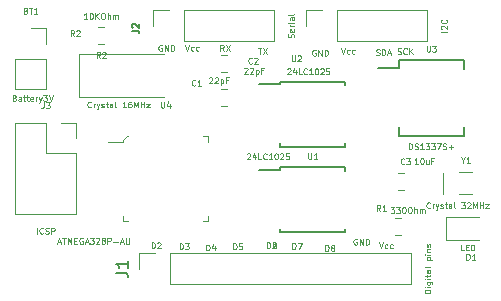
<source format=gto>
G04 #@! TF.GenerationSoftware,KiCad,Pcbnew,(5.1.4)-1*
G04 #@! TF.CreationDate,2019-10-15T21:25:22-05:00*
G04 #@! TF.ProjectId,BACEE,42414345-452e-46b6-9963-61645f706362,1*
G04 #@! TF.SameCoordinates,Original*
G04 #@! TF.FileFunction,Legend,Top*
G04 #@! TF.FilePolarity,Positive*
%FSLAX46Y46*%
G04 Gerber Fmt 4.6, Leading zero omitted, Abs format (unit mm)*
G04 Created by KiCad (PCBNEW (5.1.4)-1) date 2019-10-15 21:25:22*
%MOMM*%
%LPD*%
G04 APERTURE LIST*
%ADD10C,0.125000*%
%ADD11C,0.120000*%
%ADD12C,0.150000*%
%ADD13C,0.100000*%
%ADD14C,0.080000*%
G04 APERTURE END LIST*
D10*
X98487752Y-95260290D02*
X98487752Y-94760290D01*
X98606800Y-94760290D01*
X98678228Y-94784100D01*
X98725847Y-94831719D01*
X98749657Y-94879338D01*
X98773466Y-94974576D01*
X98773466Y-95046004D01*
X98749657Y-95141242D01*
X98725847Y-95188861D01*
X98678228Y-95236480D01*
X98606800Y-95260290D01*
X98487752Y-95260290D01*
X99059180Y-94974576D02*
X99011561Y-94950766D01*
X98987752Y-94926957D01*
X98963942Y-94879338D01*
X98963942Y-94855528D01*
X98987752Y-94807909D01*
X99011561Y-94784100D01*
X99059180Y-94760290D01*
X99154419Y-94760290D01*
X99202038Y-94784100D01*
X99225847Y-94807909D01*
X99249657Y-94855528D01*
X99249657Y-94879338D01*
X99225847Y-94926957D01*
X99202038Y-94950766D01*
X99154419Y-94974576D01*
X99059180Y-94974576D01*
X99011561Y-94998385D01*
X98987752Y-95022195D01*
X98963942Y-95069814D01*
X98963942Y-95165052D01*
X98987752Y-95212671D01*
X99011561Y-95236480D01*
X99059180Y-95260290D01*
X99154419Y-95260290D01*
X99202038Y-95236480D01*
X99225847Y-95212671D01*
X99249657Y-95165052D01*
X99249657Y-95069814D01*
X99225847Y-95022195D01*
X99202038Y-94998385D01*
X99154419Y-94974576D01*
X95693752Y-95082490D02*
X95693752Y-94582490D01*
X95812800Y-94582490D01*
X95884228Y-94606300D01*
X95931847Y-94653919D01*
X95955657Y-94701538D01*
X95979466Y-94796776D01*
X95979466Y-94868204D01*
X95955657Y-94963442D01*
X95931847Y-95011061D01*
X95884228Y-95058680D01*
X95812800Y-95082490D01*
X95693752Y-95082490D01*
X96146133Y-94582490D02*
X96479466Y-94582490D01*
X96265180Y-95082490D01*
X93547452Y-95018990D02*
X93547452Y-94518990D01*
X93666500Y-94518990D01*
X93737928Y-94542800D01*
X93785547Y-94590419D01*
X93809357Y-94638038D01*
X93833166Y-94733276D01*
X93833166Y-94804704D01*
X93809357Y-94899942D01*
X93785547Y-94947561D01*
X93737928Y-94995180D01*
X93666500Y-95018990D01*
X93547452Y-95018990D01*
X94261738Y-94518990D02*
X94166500Y-94518990D01*
X94118880Y-94542800D01*
X94095071Y-94566609D01*
X94047452Y-94638038D01*
X94023642Y-94733276D01*
X94023642Y-94923752D01*
X94047452Y-94971371D01*
X94071261Y-94995180D01*
X94118880Y-95018990D01*
X94214119Y-95018990D01*
X94261738Y-94995180D01*
X94285547Y-94971371D01*
X94309357Y-94923752D01*
X94309357Y-94804704D01*
X94285547Y-94757085D01*
X94261738Y-94733276D01*
X94214119Y-94709466D01*
X94118880Y-94709466D01*
X94071261Y-94733276D01*
X94047452Y-94757085D01*
X94023642Y-94804704D01*
X93547452Y-95044390D02*
X93547452Y-94544390D01*
X93666500Y-94544390D01*
X93737928Y-94568200D01*
X93785547Y-94615819D01*
X93809357Y-94663438D01*
X93833166Y-94758676D01*
X93833166Y-94830104D01*
X93809357Y-94925342D01*
X93785547Y-94972961D01*
X93737928Y-95020580D01*
X93666500Y-95044390D01*
X93547452Y-95044390D01*
X94023642Y-94592009D02*
X94047452Y-94568200D01*
X94095071Y-94544390D01*
X94214119Y-94544390D01*
X94261738Y-94568200D01*
X94285547Y-94592009D01*
X94309357Y-94639628D01*
X94309357Y-94687247D01*
X94285547Y-94758676D01*
X93999833Y-95044390D01*
X94309357Y-95044390D01*
X90702652Y-95120590D02*
X90702652Y-94620590D01*
X90821700Y-94620590D01*
X90893128Y-94644400D01*
X90940747Y-94692019D01*
X90964557Y-94739638D01*
X90988366Y-94834876D01*
X90988366Y-94906304D01*
X90964557Y-95001542D01*
X90940747Y-95049161D01*
X90893128Y-95096780D01*
X90821700Y-95120590D01*
X90702652Y-95120590D01*
X91440747Y-94620590D02*
X91202652Y-94620590D01*
X91178842Y-94858685D01*
X91202652Y-94834876D01*
X91250271Y-94811066D01*
X91369319Y-94811066D01*
X91416938Y-94834876D01*
X91440747Y-94858685D01*
X91464557Y-94906304D01*
X91464557Y-95025352D01*
X91440747Y-95072971D01*
X91416938Y-95096780D01*
X91369319Y-95120590D01*
X91250271Y-95120590D01*
X91202652Y-95096780D01*
X91178842Y-95072971D01*
X88416652Y-95222190D02*
X88416652Y-94722190D01*
X88535700Y-94722190D01*
X88607128Y-94746000D01*
X88654747Y-94793619D01*
X88678557Y-94841238D01*
X88702366Y-94936476D01*
X88702366Y-95007904D01*
X88678557Y-95103142D01*
X88654747Y-95150761D01*
X88607128Y-95198380D01*
X88535700Y-95222190D01*
X88416652Y-95222190D01*
X89130938Y-94888857D02*
X89130938Y-95222190D01*
X89011890Y-94698380D02*
X88892842Y-95055523D01*
X89202366Y-95055523D01*
X86143352Y-95120590D02*
X86143352Y-94620590D01*
X86262400Y-94620590D01*
X86333828Y-94644400D01*
X86381447Y-94692019D01*
X86405257Y-94739638D01*
X86429066Y-94834876D01*
X86429066Y-94906304D01*
X86405257Y-95001542D01*
X86381447Y-95049161D01*
X86333828Y-95096780D01*
X86262400Y-95120590D01*
X86143352Y-95120590D01*
X86595733Y-94620590D02*
X86905257Y-94620590D01*
X86738590Y-94811066D01*
X86810019Y-94811066D01*
X86857638Y-94834876D01*
X86881447Y-94858685D01*
X86905257Y-94906304D01*
X86905257Y-95025352D01*
X86881447Y-95072971D01*
X86857638Y-95096780D01*
X86810019Y-95120590D01*
X86667161Y-95120590D01*
X86619542Y-95096780D01*
X86595733Y-95072971D01*
X83781152Y-95044390D02*
X83781152Y-94544390D01*
X83900200Y-94544390D01*
X83971628Y-94568200D01*
X84019247Y-94615819D01*
X84043057Y-94663438D01*
X84066866Y-94758676D01*
X84066866Y-94830104D01*
X84043057Y-94925342D01*
X84019247Y-94972961D01*
X83971628Y-95020580D01*
X83900200Y-95044390D01*
X83781152Y-95044390D01*
X84257342Y-94592009D02*
X84281152Y-94568200D01*
X84328771Y-94544390D01*
X84447819Y-94544390D01*
X84495438Y-94568200D01*
X84519247Y-94592009D01*
X84543057Y-94639628D01*
X84543057Y-94687247D01*
X84519247Y-94758676D01*
X84233533Y-95044390D01*
X84543057Y-95044390D01*
X103036761Y-94544390D02*
X103203428Y-95044390D01*
X103370095Y-94544390D01*
X103751047Y-95020580D02*
X103703428Y-95044390D01*
X103608190Y-95044390D01*
X103560571Y-95020580D01*
X103536761Y-94996771D01*
X103512952Y-94949152D01*
X103512952Y-94806295D01*
X103536761Y-94758676D01*
X103560571Y-94734866D01*
X103608190Y-94711057D01*
X103703428Y-94711057D01*
X103751047Y-94734866D01*
X104179619Y-95020580D02*
X104132000Y-95044390D01*
X104036761Y-95044390D01*
X103989142Y-95020580D01*
X103965333Y-94996771D01*
X103941523Y-94949152D01*
X103941523Y-94806295D01*
X103965333Y-94758676D01*
X103989142Y-94734866D01*
X104036761Y-94711057D01*
X104132000Y-94711057D01*
X104179619Y-94734866D01*
X101155547Y-94263400D02*
X101107928Y-94239590D01*
X101036500Y-94239590D01*
X100965071Y-94263400D01*
X100917452Y-94311019D01*
X100893642Y-94358638D01*
X100869833Y-94453876D01*
X100869833Y-94525304D01*
X100893642Y-94620542D01*
X100917452Y-94668161D01*
X100965071Y-94715780D01*
X101036500Y-94739590D01*
X101084119Y-94739590D01*
X101155547Y-94715780D01*
X101179357Y-94691971D01*
X101179357Y-94525304D01*
X101084119Y-94525304D01*
X101393642Y-94739590D02*
X101393642Y-94239590D01*
X101679357Y-94739590D01*
X101679357Y-94239590D01*
X101917452Y-94739590D02*
X101917452Y-94239590D01*
X102036500Y-94239590D01*
X102107928Y-94263400D01*
X102155547Y-94311019D01*
X102179357Y-94358638D01*
X102203166Y-94453876D01*
X102203166Y-94525304D01*
X102179357Y-94620542D01*
X102155547Y-94668161D01*
X102107928Y-94715780D01*
X102036500Y-94739590D01*
X101917452Y-94739590D01*
X104602042Y-78574080D02*
X104673471Y-78597890D01*
X104792519Y-78597890D01*
X104840138Y-78574080D01*
X104863947Y-78550271D01*
X104887757Y-78502652D01*
X104887757Y-78455033D01*
X104863947Y-78407414D01*
X104840138Y-78383604D01*
X104792519Y-78359795D01*
X104697280Y-78335985D01*
X104649661Y-78312176D01*
X104625852Y-78288366D01*
X104602042Y-78240747D01*
X104602042Y-78193128D01*
X104625852Y-78145509D01*
X104649661Y-78121700D01*
X104697280Y-78097890D01*
X104816328Y-78097890D01*
X104887757Y-78121700D01*
X105387757Y-78550271D02*
X105363947Y-78574080D01*
X105292519Y-78597890D01*
X105244900Y-78597890D01*
X105173471Y-78574080D01*
X105125852Y-78526461D01*
X105102042Y-78478842D01*
X105078233Y-78383604D01*
X105078233Y-78312176D01*
X105102042Y-78216938D01*
X105125852Y-78169319D01*
X105173471Y-78121700D01*
X105244900Y-78097890D01*
X105292519Y-78097890D01*
X105363947Y-78121700D01*
X105387757Y-78145509D01*
X105602042Y-78597890D02*
X105602042Y-78097890D01*
X105887757Y-78597890D02*
X105673471Y-78312176D01*
X105887757Y-78097890D02*
X105602042Y-78383604D01*
X102796257Y-78662980D02*
X102867685Y-78686790D01*
X102986733Y-78686790D01*
X103034352Y-78662980D01*
X103058161Y-78639171D01*
X103081971Y-78591552D01*
X103081971Y-78543933D01*
X103058161Y-78496314D01*
X103034352Y-78472504D01*
X102986733Y-78448695D01*
X102891495Y-78424885D01*
X102843876Y-78401076D01*
X102820066Y-78377266D01*
X102796257Y-78329647D01*
X102796257Y-78282028D01*
X102820066Y-78234409D01*
X102843876Y-78210600D01*
X102891495Y-78186790D01*
X103010542Y-78186790D01*
X103081971Y-78210600D01*
X103296257Y-78686790D02*
X103296257Y-78186790D01*
X103415304Y-78186790D01*
X103486733Y-78210600D01*
X103534352Y-78258219D01*
X103558161Y-78305838D01*
X103581971Y-78401076D01*
X103581971Y-78472504D01*
X103558161Y-78567742D01*
X103534352Y-78615361D01*
X103486733Y-78662980D01*
X103415304Y-78686790D01*
X103296257Y-78686790D01*
X103772447Y-78543933D02*
X104010542Y-78543933D01*
X103724828Y-78686790D02*
X103891495Y-78186790D01*
X104058161Y-78686790D01*
X99836361Y-78059790D02*
X100003028Y-78559790D01*
X100169695Y-78059790D01*
X100550647Y-78535980D02*
X100503028Y-78559790D01*
X100407790Y-78559790D01*
X100360171Y-78535980D01*
X100336361Y-78512171D01*
X100312552Y-78464552D01*
X100312552Y-78321695D01*
X100336361Y-78274076D01*
X100360171Y-78250266D01*
X100407790Y-78226457D01*
X100503028Y-78226457D01*
X100550647Y-78250266D01*
X100979219Y-78535980D02*
X100931600Y-78559790D01*
X100836361Y-78559790D01*
X100788742Y-78535980D01*
X100764933Y-78512171D01*
X100741123Y-78464552D01*
X100741123Y-78321695D01*
X100764933Y-78274076D01*
X100788742Y-78250266D01*
X100836361Y-78226457D01*
X100931600Y-78226457D01*
X100979219Y-78250266D01*
X97663047Y-78261400D02*
X97615428Y-78237590D01*
X97544000Y-78237590D01*
X97472571Y-78261400D01*
X97424952Y-78309019D01*
X97401142Y-78356638D01*
X97377333Y-78451876D01*
X97377333Y-78523304D01*
X97401142Y-78618542D01*
X97424952Y-78666161D01*
X97472571Y-78713780D01*
X97544000Y-78737590D01*
X97591619Y-78737590D01*
X97663047Y-78713780D01*
X97686857Y-78689971D01*
X97686857Y-78523304D01*
X97591619Y-78523304D01*
X97901142Y-78737590D02*
X97901142Y-78237590D01*
X98186857Y-78737590D01*
X98186857Y-78237590D01*
X98424952Y-78737590D02*
X98424952Y-78237590D01*
X98544000Y-78237590D01*
X98615428Y-78261400D01*
X98663047Y-78309019D01*
X98686857Y-78356638D01*
X98710666Y-78451876D01*
X98710666Y-78523304D01*
X98686857Y-78618542D01*
X98663047Y-78666161D01*
X98615428Y-78713780D01*
X98544000Y-78737590D01*
X98424952Y-78737590D01*
X92773547Y-78085190D02*
X93059261Y-78085190D01*
X92916404Y-78585190D02*
X92916404Y-78085190D01*
X93178309Y-78085190D02*
X93511642Y-78585190D01*
X93511642Y-78085190D02*
X93178309Y-78585190D01*
X89883466Y-78305790D02*
X89716800Y-78067695D01*
X89597752Y-78305790D02*
X89597752Y-77805790D01*
X89788228Y-77805790D01*
X89835847Y-77829600D01*
X89859657Y-77853409D01*
X89883466Y-77901028D01*
X89883466Y-77972457D01*
X89859657Y-78020076D01*
X89835847Y-78043885D01*
X89788228Y-78067695D01*
X89597752Y-78067695D01*
X90050133Y-77805790D02*
X90383466Y-78305790D01*
X90383466Y-77805790D02*
X90050133Y-78305790D01*
X86641061Y-77805790D02*
X86807728Y-78305790D01*
X86974395Y-77805790D01*
X87355347Y-78281980D02*
X87307728Y-78305790D01*
X87212490Y-78305790D01*
X87164871Y-78281980D01*
X87141061Y-78258171D01*
X87117252Y-78210552D01*
X87117252Y-78067695D01*
X87141061Y-78020076D01*
X87164871Y-77996266D01*
X87212490Y-77972457D01*
X87307728Y-77972457D01*
X87355347Y-77996266D01*
X87783919Y-78281980D02*
X87736300Y-78305790D01*
X87641061Y-78305790D01*
X87593442Y-78281980D01*
X87569633Y-78258171D01*
X87545823Y-78210552D01*
X87545823Y-78067695D01*
X87569633Y-78020076D01*
X87593442Y-77996266D01*
X87641061Y-77972457D01*
X87736300Y-77972457D01*
X87783919Y-77996266D01*
X84645547Y-77855000D02*
X84597928Y-77831190D01*
X84526500Y-77831190D01*
X84455071Y-77855000D01*
X84407452Y-77902619D01*
X84383642Y-77950238D01*
X84359833Y-78045476D01*
X84359833Y-78116904D01*
X84383642Y-78212142D01*
X84407452Y-78259761D01*
X84455071Y-78307380D01*
X84526500Y-78331190D01*
X84574119Y-78331190D01*
X84645547Y-78307380D01*
X84669357Y-78283571D01*
X84669357Y-78116904D01*
X84574119Y-78116904D01*
X84883642Y-78331190D02*
X84883642Y-77831190D01*
X85169357Y-78331190D01*
X85169357Y-77831190D01*
X85407452Y-78331190D02*
X85407452Y-77831190D01*
X85526500Y-77831190D01*
X85597928Y-77855000D01*
X85645547Y-77902619D01*
X85669357Y-77950238D01*
X85693166Y-78045476D01*
X85693166Y-78116904D01*
X85669357Y-78212142D01*
X85645547Y-78259761D01*
X85597928Y-78307380D01*
X85526500Y-78331190D01*
X85407452Y-78331190D01*
D11*
X72203000Y-78994000D02*
X74863000Y-78994000D01*
X72203000Y-78994000D02*
X72203000Y-81594000D01*
X72203000Y-81594000D02*
X74863000Y-81594000D01*
X74863000Y-78994000D02*
X74863000Y-81594000D01*
X74863000Y-76394000D02*
X74863000Y-77724000D01*
X73533000Y-76394000D02*
X74863000Y-76394000D01*
X89663748Y-81586000D02*
X90186252Y-81586000D01*
X89663748Y-83006000D02*
X90186252Y-83006000D01*
X89663748Y-80085000D02*
X90186252Y-80085000D01*
X89663748Y-78665000D02*
X90186252Y-78665000D01*
X105154252Y-90118000D02*
X104631748Y-90118000D01*
X105154252Y-88698000D02*
X104631748Y-88698000D01*
X111533000Y-92385000D02*
X108673000Y-92385000D01*
X108673000Y-92385000D02*
X108673000Y-94305000D01*
X108673000Y-94305000D02*
X111533000Y-94305000D01*
X85344000Y-98104000D02*
X85344000Y-95444000D01*
X85344000Y-98104000D02*
X105724000Y-98104000D01*
X105724000Y-98104000D02*
X105724000Y-95444000D01*
X85344000Y-95444000D02*
X105724000Y-95444000D01*
X82744000Y-95444000D02*
X84074000Y-95444000D01*
X82744000Y-96774000D02*
X82744000Y-95444000D01*
X86487000Y-77530000D02*
X86487000Y-74870000D01*
X86487000Y-77530000D02*
X94167000Y-77530000D01*
X94167000Y-77530000D02*
X94167000Y-74870000D01*
X86487000Y-74870000D02*
X94167000Y-74870000D01*
X83887000Y-74870000D02*
X85217000Y-74870000D01*
X83887000Y-76200000D02*
X83887000Y-74870000D01*
X72203000Y-84395000D02*
X74803000Y-84395000D01*
X72203000Y-84395000D02*
X72203000Y-92135000D01*
X72203000Y-92135000D02*
X77403000Y-92135000D01*
X77403000Y-86995000D02*
X77403000Y-92135000D01*
X74803000Y-86995000D02*
X77403000Y-86995000D01*
X74803000Y-84395000D02*
X74803000Y-86995000D01*
X77403000Y-84395000D02*
X77403000Y-85725000D01*
X76073000Y-84395000D02*
X77403000Y-84395000D01*
X96841000Y-76200000D02*
X96841000Y-74870000D01*
X96841000Y-74870000D02*
X98171000Y-74870000D01*
X99441000Y-74870000D02*
X107121000Y-74870000D01*
X107121000Y-77530000D02*
X107121000Y-74870000D01*
X99441000Y-77530000D02*
X107121000Y-77530000D01*
X99441000Y-77530000D02*
X99441000Y-74870000D01*
X104377748Y-93928000D02*
X104900252Y-93928000D01*
X104377748Y-92508000D02*
X104900252Y-92508000D01*
X79763252Y-77760000D02*
X79240748Y-77760000D01*
X79763252Y-76340000D02*
X79240748Y-76340000D01*
D12*
X94659000Y-88177000D02*
X94659000Y-88382000D01*
X100159000Y-88177000D02*
X100159000Y-88477000D01*
X100159000Y-93687000D02*
X100159000Y-93387000D01*
X94659000Y-93687000D02*
X94659000Y-93387000D01*
X94659000Y-88177000D02*
X100159000Y-88177000D01*
X94659000Y-93687000D02*
X100159000Y-93687000D01*
X94659000Y-88382000D02*
X92909000Y-88382000D01*
X94659000Y-81143000D02*
X92909000Y-81143000D01*
X94659000Y-86448000D02*
X100159000Y-86448000D01*
X94659000Y-80938000D02*
X100159000Y-80938000D01*
X94659000Y-86448000D02*
X94659000Y-86148000D01*
X100159000Y-86448000D02*
X100159000Y-86148000D01*
X100159000Y-80938000D02*
X100159000Y-81238000D01*
X94659000Y-80938000D02*
X94659000Y-81143000D01*
X104692000Y-79091000D02*
X104692000Y-79746000D01*
X110192000Y-79091000D02*
X110192000Y-79841000D01*
X110192000Y-85501000D02*
X110192000Y-84751000D01*
X104692000Y-85501000D02*
X104692000Y-84751000D01*
X104692000Y-79091000D02*
X110192000Y-79091000D01*
X104692000Y-85501000D02*
X110192000Y-85501000D01*
X104692000Y-79746000D02*
X102942000Y-79746000D01*
D13*
X81813000Y-85554000D02*
X81713000Y-85554000D01*
X81713000Y-85554000D02*
X81363000Y-85904000D01*
X81363000Y-85904000D02*
X81363000Y-86004000D01*
X81363000Y-86004000D02*
X80063000Y-86004000D01*
X88563000Y-85554000D02*
X88113000Y-85554000D01*
X88563000Y-85554000D02*
X88563000Y-86004000D01*
X88563000Y-92754000D02*
X88563000Y-92304000D01*
X88563000Y-92754000D02*
X88113000Y-92754000D01*
X81363000Y-92754000D02*
X81813000Y-92754000D01*
X81363000Y-92754000D02*
X81363000Y-92304000D01*
D11*
X109833000Y-88585000D02*
X110933000Y-88585000D01*
X109833000Y-90485000D02*
X110933000Y-90485000D01*
X108433000Y-88635000D02*
X108433000Y-90435000D01*
X84869000Y-78591000D02*
X77619000Y-78591000D01*
X77619000Y-78591000D02*
X77619000Y-82191000D01*
X77619000Y-82191000D02*
X84869000Y-82191000D01*
D10*
X73140142Y-74918285D02*
X73211571Y-74942095D01*
X73235380Y-74965904D01*
X73259190Y-75013523D01*
X73259190Y-75084952D01*
X73235380Y-75132571D01*
X73211571Y-75156380D01*
X73163952Y-75180190D01*
X72973476Y-75180190D01*
X72973476Y-74680190D01*
X73140142Y-74680190D01*
X73187761Y-74704000D01*
X73211571Y-74727809D01*
X73235380Y-74775428D01*
X73235380Y-74823047D01*
X73211571Y-74870666D01*
X73187761Y-74894476D01*
X73140142Y-74918285D01*
X72973476Y-74918285D01*
X73402047Y-74680190D02*
X73687761Y-74680190D01*
X73544904Y-75180190D02*
X73544904Y-74680190D01*
X74116333Y-75180190D02*
X73830619Y-75180190D01*
X73973476Y-75180190D02*
X73973476Y-74680190D01*
X73925857Y-74751619D01*
X73878238Y-74799238D01*
X73830619Y-74823047D01*
X72184604Y-82311085D02*
X72256033Y-82334895D01*
X72279842Y-82358704D01*
X72303652Y-82406323D01*
X72303652Y-82477752D01*
X72279842Y-82525371D01*
X72256033Y-82549180D01*
X72208414Y-82572990D01*
X72017938Y-82572990D01*
X72017938Y-82072990D01*
X72184604Y-82072990D01*
X72232223Y-82096800D01*
X72256033Y-82120609D01*
X72279842Y-82168228D01*
X72279842Y-82215847D01*
X72256033Y-82263466D01*
X72232223Y-82287276D01*
X72184604Y-82311085D01*
X72017938Y-82311085D01*
X72732223Y-82572990D02*
X72732223Y-82311085D01*
X72708414Y-82263466D01*
X72660795Y-82239657D01*
X72565557Y-82239657D01*
X72517938Y-82263466D01*
X72732223Y-82549180D02*
X72684604Y-82572990D01*
X72565557Y-82572990D01*
X72517938Y-82549180D01*
X72494128Y-82501561D01*
X72494128Y-82453942D01*
X72517938Y-82406323D01*
X72565557Y-82382514D01*
X72684604Y-82382514D01*
X72732223Y-82358704D01*
X72898890Y-82239657D02*
X73089366Y-82239657D01*
X72970319Y-82072990D02*
X72970319Y-82501561D01*
X72994128Y-82549180D01*
X73041747Y-82572990D01*
X73089366Y-82572990D01*
X73184604Y-82239657D02*
X73375080Y-82239657D01*
X73256033Y-82072990D02*
X73256033Y-82501561D01*
X73279842Y-82549180D01*
X73327461Y-82572990D01*
X73375080Y-82572990D01*
X73732223Y-82549180D02*
X73684604Y-82572990D01*
X73589366Y-82572990D01*
X73541747Y-82549180D01*
X73517938Y-82501561D01*
X73517938Y-82311085D01*
X73541747Y-82263466D01*
X73589366Y-82239657D01*
X73684604Y-82239657D01*
X73732223Y-82263466D01*
X73756033Y-82311085D01*
X73756033Y-82358704D01*
X73517938Y-82406323D01*
X73970319Y-82572990D02*
X73970319Y-82239657D01*
X73970319Y-82334895D02*
X73994128Y-82287276D01*
X74017938Y-82263466D01*
X74065557Y-82239657D01*
X74113176Y-82239657D01*
X74232223Y-82239657D02*
X74351271Y-82572990D01*
X74470319Y-82239657D02*
X74351271Y-82572990D01*
X74303652Y-82692038D01*
X74279842Y-82715847D01*
X74232223Y-82739657D01*
X74613176Y-82072990D02*
X74922700Y-82072990D01*
X74756033Y-82263466D01*
X74827461Y-82263466D01*
X74875080Y-82287276D01*
X74898890Y-82311085D01*
X74922700Y-82358704D01*
X74922700Y-82477752D01*
X74898890Y-82525371D01*
X74875080Y-82549180D01*
X74827461Y-82572990D01*
X74684604Y-82572990D01*
X74636985Y-82549180D01*
X74613176Y-82525371D01*
X75065557Y-82072990D02*
X75232223Y-82572990D01*
X75398890Y-82072990D01*
X87483166Y-81229971D02*
X87459357Y-81253780D01*
X87387928Y-81277590D01*
X87340309Y-81277590D01*
X87268880Y-81253780D01*
X87221261Y-81206161D01*
X87197452Y-81158542D01*
X87173642Y-81063304D01*
X87173642Y-80991876D01*
X87197452Y-80896638D01*
X87221261Y-80849019D01*
X87268880Y-80801400D01*
X87340309Y-80777590D01*
X87387928Y-80777590D01*
X87459357Y-80801400D01*
X87483166Y-80825209D01*
X87959357Y-81277590D02*
X87673642Y-81277590D01*
X87816500Y-81277590D02*
X87816500Y-80777590D01*
X87768880Y-80849019D01*
X87721261Y-80896638D01*
X87673642Y-80920447D01*
X88650071Y-80622009D02*
X88673880Y-80598200D01*
X88721500Y-80574390D01*
X88840547Y-80574390D01*
X88888166Y-80598200D01*
X88911976Y-80622009D01*
X88935785Y-80669628D01*
X88935785Y-80717247D01*
X88911976Y-80788676D01*
X88626261Y-81074390D01*
X88935785Y-81074390D01*
X89126261Y-80622009D02*
X89150071Y-80598200D01*
X89197690Y-80574390D01*
X89316738Y-80574390D01*
X89364357Y-80598200D01*
X89388166Y-80622009D01*
X89411976Y-80669628D01*
X89411976Y-80717247D01*
X89388166Y-80788676D01*
X89102452Y-81074390D01*
X89411976Y-81074390D01*
X89626261Y-80741057D02*
X89626261Y-81241057D01*
X89626261Y-80764866D02*
X89673880Y-80741057D01*
X89769119Y-80741057D01*
X89816738Y-80764866D01*
X89840547Y-80788676D01*
X89864357Y-80836295D01*
X89864357Y-80979152D01*
X89840547Y-81026771D01*
X89816738Y-81050580D01*
X89769119Y-81074390D01*
X89673880Y-81074390D01*
X89626261Y-81050580D01*
X90245309Y-80812485D02*
X90078642Y-80812485D01*
X90078642Y-81074390D02*
X90078642Y-80574390D01*
X90316738Y-80574390D01*
X92271066Y-79350371D02*
X92247257Y-79374180D01*
X92175828Y-79397990D01*
X92128209Y-79397990D01*
X92056780Y-79374180D01*
X92009161Y-79326561D01*
X91985352Y-79278942D01*
X91961542Y-79183704D01*
X91961542Y-79112276D01*
X91985352Y-79017038D01*
X92009161Y-78969419D01*
X92056780Y-78921800D01*
X92128209Y-78897990D01*
X92175828Y-78897990D01*
X92247257Y-78921800D01*
X92271066Y-78945609D01*
X92461542Y-78945609D02*
X92485352Y-78921800D01*
X92532971Y-78897990D01*
X92652019Y-78897990D01*
X92699638Y-78921800D01*
X92723447Y-78945609D01*
X92747257Y-78993228D01*
X92747257Y-79040847D01*
X92723447Y-79112276D01*
X92437733Y-79397990D01*
X92747257Y-79397990D01*
X91634571Y-79796509D02*
X91658380Y-79772700D01*
X91706000Y-79748890D01*
X91825047Y-79748890D01*
X91872666Y-79772700D01*
X91896476Y-79796509D01*
X91920285Y-79844128D01*
X91920285Y-79891747D01*
X91896476Y-79963176D01*
X91610761Y-80248890D01*
X91920285Y-80248890D01*
X92110761Y-79796509D02*
X92134571Y-79772700D01*
X92182190Y-79748890D01*
X92301238Y-79748890D01*
X92348857Y-79772700D01*
X92372666Y-79796509D01*
X92396476Y-79844128D01*
X92396476Y-79891747D01*
X92372666Y-79963176D01*
X92086952Y-80248890D01*
X92396476Y-80248890D01*
X92610761Y-79915557D02*
X92610761Y-80415557D01*
X92610761Y-79939366D02*
X92658380Y-79915557D01*
X92753619Y-79915557D01*
X92801238Y-79939366D01*
X92825047Y-79963176D01*
X92848857Y-80010795D01*
X92848857Y-80153652D01*
X92825047Y-80201271D01*
X92801238Y-80225080D01*
X92753619Y-80248890D01*
X92658380Y-80248890D01*
X92610761Y-80225080D01*
X93229809Y-79986985D02*
X93063142Y-79986985D01*
X93063142Y-80248890D02*
X93063142Y-79748890D01*
X93301238Y-79748890D01*
X105186966Y-87884771D02*
X105163157Y-87908580D01*
X105091728Y-87932390D01*
X105044109Y-87932390D01*
X104972680Y-87908580D01*
X104925061Y-87860961D01*
X104901252Y-87813342D01*
X104877442Y-87718104D01*
X104877442Y-87646676D01*
X104901252Y-87551438D01*
X104925061Y-87503819D01*
X104972680Y-87456200D01*
X105044109Y-87432390D01*
X105091728Y-87432390D01*
X105163157Y-87456200D01*
X105186966Y-87480009D01*
X105353633Y-87432390D02*
X105663157Y-87432390D01*
X105496490Y-87622866D01*
X105567919Y-87622866D01*
X105615538Y-87646676D01*
X105639347Y-87670485D01*
X105663157Y-87718104D01*
X105663157Y-87837152D01*
X105639347Y-87884771D01*
X105615538Y-87908580D01*
X105567919Y-87932390D01*
X105425061Y-87932390D01*
X105377442Y-87908580D01*
X105353633Y-87884771D01*
X106334785Y-87894290D02*
X106049071Y-87894290D01*
X106191928Y-87894290D02*
X106191928Y-87394290D01*
X106144309Y-87465719D01*
X106096690Y-87513338D01*
X106049071Y-87537147D01*
X106644309Y-87394290D02*
X106691928Y-87394290D01*
X106739547Y-87418100D01*
X106763357Y-87441909D01*
X106787166Y-87489528D01*
X106810976Y-87584766D01*
X106810976Y-87703814D01*
X106787166Y-87799052D01*
X106763357Y-87846671D01*
X106739547Y-87870480D01*
X106691928Y-87894290D01*
X106644309Y-87894290D01*
X106596690Y-87870480D01*
X106572880Y-87846671D01*
X106549071Y-87799052D01*
X106525261Y-87703814D01*
X106525261Y-87584766D01*
X106549071Y-87489528D01*
X106572880Y-87441909D01*
X106596690Y-87418100D01*
X106644309Y-87394290D01*
X107239547Y-87560957D02*
X107239547Y-87894290D01*
X107025261Y-87560957D02*
X107025261Y-87822861D01*
X107049071Y-87870480D01*
X107096690Y-87894290D01*
X107168119Y-87894290D01*
X107215738Y-87870480D01*
X107239547Y-87846671D01*
X107644309Y-87632385D02*
X107477642Y-87632385D01*
X107477642Y-87894290D02*
X107477642Y-87394290D01*
X107715738Y-87394290D01*
X110438452Y-96009590D02*
X110438452Y-95509590D01*
X110557500Y-95509590D01*
X110628928Y-95533400D01*
X110676547Y-95581019D01*
X110700357Y-95628638D01*
X110724166Y-95723876D01*
X110724166Y-95795304D01*
X110700357Y-95890542D01*
X110676547Y-95938161D01*
X110628928Y-95985780D01*
X110557500Y-96009590D01*
X110438452Y-96009590D01*
X111200357Y-96009590D02*
X110914642Y-96009590D01*
X111057500Y-96009590D02*
X111057500Y-95509590D01*
X111009880Y-95581019D01*
X110962261Y-95628638D01*
X110914642Y-95652447D01*
X110211571Y-95221190D02*
X109973476Y-95221190D01*
X109973476Y-94721190D01*
X110378238Y-94959285D02*
X110544904Y-94959285D01*
X110616333Y-95221190D02*
X110378238Y-95221190D01*
X110378238Y-94721190D01*
X110616333Y-94721190D01*
X110830619Y-95221190D02*
X110830619Y-94721190D01*
X110949666Y-94721190D01*
X111021095Y-94745000D01*
X111068714Y-94792619D01*
X111092523Y-94840238D01*
X111116333Y-94935476D01*
X111116333Y-95006904D01*
X111092523Y-95102142D01*
X111068714Y-95149761D01*
X111021095Y-95197380D01*
X110949666Y-95221190D01*
X110830619Y-95221190D01*
D12*
X80756380Y-97107333D02*
X81470666Y-97107333D01*
X81613523Y-97154952D01*
X81708761Y-97250190D01*
X81756380Y-97393047D01*
X81756380Y-97488285D01*
X81756380Y-96107333D02*
X81756380Y-96678761D01*
X81756380Y-96393047D02*
X80756380Y-96393047D01*
X80899238Y-96488285D01*
X80994476Y-96583523D01*
X81042095Y-96678761D01*
D10*
X107390190Y-98833523D02*
X106890190Y-98833523D01*
X106890190Y-98714476D01*
X106914000Y-98643047D01*
X106961619Y-98595428D01*
X107009238Y-98571619D01*
X107104476Y-98547809D01*
X107175904Y-98547809D01*
X107271142Y-98571619D01*
X107318761Y-98595428D01*
X107366380Y-98643047D01*
X107390190Y-98714476D01*
X107390190Y-98833523D01*
X107390190Y-98333523D02*
X107056857Y-98333523D01*
X106890190Y-98333523D02*
X106914000Y-98357333D01*
X106937809Y-98333523D01*
X106914000Y-98309714D01*
X106890190Y-98333523D01*
X106937809Y-98333523D01*
X107056857Y-97881142D02*
X107461619Y-97881142D01*
X107509238Y-97904952D01*
X107533047Y-97928761D01*
X107556857Y-97976380D01*
X107556857Y-98047809D01*
X107533047Y-98095428D01*
X107366380Y-97881142D02*
X107390190Y-97928761D01*
X107390190Y-98024000D01*
X107366380Y-98071619D01*
X107342571Y-98095428D01*
X107294952Y-98119238D01*
X107152095Y-98119238D01*
X107104476Y-98095428D01*
X107080666Y-98071619D01*
X107056857Y-98024000D01*
X107056857Y-97928761D01*
X107080666Y-97881142D01*
X107390190Y-97643047D02*
X107056857Y-97643047D01*
X106890190Y-97643047D02*
X106914000Y-97666857D01*
X106937809Y-97643047D01*
X106914000Y-97619238D01*
X106890190Y-97643047D01*
X106937809Y-97643047D01*
X107056857Y-97476380D02*
X107056857Y-97285904D01*
X106890190Y-97404952D02*
X107318761Y-97404952D01*
X107366380Y-97381142D01*
X107390190Y-97333523D01*
X107390190Y-97285904D01*
X107390190Y-96904952D02*
X107128285Y-96904952D01*
X107080666Y-96928761D01*
X107056857Y-96976380D01*
X107056857Y-97071619D01*
X107080666Y-97119238D01*
X107366380Y-96904952D02*
X107390190Y-96952571D01*
X107390190Y-97071619D01*
X107366380Y-97119238D01*
X107318761Y-97143047D01*
X107271142Y-97143047D01*
X107223523Y-97119238D01*
X107199714Y-97071619D01*
X107199714Y-96952571D01*
X107175904Y-96904952D01*
X107390190Y-96595428D02*
X107366380Y-96643047D01*
X107318761Y-96666857D01*
X106890190Y-96666857D01*
X107056857Y-96024000D02*
X107556857Y-96024000D01*
X107080666Y-96024000D02*
X107056857Y-95976380D01*
X107056857Y-95881142D01*
X107080666Y-95833523D01*
X107104476Y-95809714D01*
X107152095Y-95785904D01*
X107294952Y-95785904D01*
X107342571Y-95809714D01*
X107366380Y-95833523D01*
X107390190Y-95881142D01*
X107390190Y-95976380D01*
X107366380Y-96024000D01*
X107390190Y-95571619D02*
X107056857Y-95571619D01*
X106890190Y-95571619D02*
X106914000Y-95595428D01*
X106937809Y-95571619D01*
X106914000Y-95547809D01*
X106890190Y-95571619D01*
X106937809Y-95571619D01*
X107056857Y-95333523D02*
X107390190Y-95333523D01*
X107104476Y-95333523D02*
X107080666Y-95309714D01*
X107056857Y-95262095D01*
X107056857Y-95190666D01*
X107080666Y-95143047D01*
X107128285Y-95119238D01*
X107390190Y-95119238D01*
X107366380Y-94904952D02*
X107390190Y-94857333D01*
X107390190Y-94762095D01*
X107366380Y-94714476D01*
X107318761Y-94690666D01*
X107294952Y-94690666D01*
X107247333Y-94714476D01*
X107223523Y-94762095D01*
X107223523Y-94833523D01*
X107199714Y-94881142D01*
X107152095Y-94904952D01*
X107128285Y-94904952D01*
X107080666Y-94881142D01*
X107056857Y-94833523D01*
X107056857Y-94762095D01*
X107080666Y-94714476D01*
D12*
X82118428Y-76615900D02*
X82547000Y-76615900D01*
X82632714Y-76644471D01*
X82689857Y-76701614D01*
X82718428Y-76787328D01*
X82718428Y-76844471D01*
X82175571Y-76358757D02*
X82147000Y-76330185D01*
X82118428Y-76273042D01*
X82118428Y-76130185D01*
X82147000Y-76073042D01*
X82175571Y-76044471D01*
X82232714Y-76015900D01*
X82289857Y-76015900D01*
X82375571Y-76044471D01*
X82718428Y-76387328D01*
X82718428Y-76015900D01*
D10*
X95809380Y-77188095D02*
X95833190Y-77116666D01*
X95833190Y-76997619D01*
X95809380Y-76950000D01*
X95785571Y-76926190D01*
X95737952Y-76902380D01*
X95690333Y-76902380D01*
X95642714Y-76926190D01*
X95618904Y-76950000D01*
X95595095Y-76997619D01*
X95571285Y-77092857D01*
X95547476Y-77140476D01*
X95523666Y-77164285D01*
X95476047Y-77188095D01*
X95428428Y-77188095D01*
X95380809Y-77164285D01*
X95357000Y-77140476D01*
X95333190Y-77092857D01*
X95333190Y-76973809D01*
X95357000Y-76902380D01*
X95809380Y-76497619D02*
X95833190Y-76545238D01*
X95833190Y-76640476D01*
X95809380Y-76688095D01*
X95761761Y-76711904D01*
X95571285Y-76711904D01*
X95523666Y-76688095D01*
X95499857Y-76640476D01*
X95499857Y-76545238D01*
X95523666Y-76497619D01*
X95571285Y-76473809D01*
X95618904Y-76473809D01*
X95666523Y-76711904D01*
X95833190Y-76259523D02*
X95499857Y-76259523D01*
X95595095Y-76259523D02*
X95547476Y-76235714D01*
X95523666Y-76211904D01*
X95499857Y-76164285D01*
X95499857Y-76116666D01*
X95833190Y-75950000D02*
X95499857Y-75950000D01*
X95333190Y-75950000D02*
X95357000Y-75973809D01*
X95380809Y-75950000D01*
X95357000Y-75926190D01*
X95333190Y-75950000D01*
X95380809Y-75950000D01*
X95833190Y-75497619D02*
X95571285Y-75497619D01*
X95523666Y-75521428D01*
X95499857Y-75569047D01*
X95499857Y-75664285D01*
X95523666Y-75711904D01*
X95809380Y-75497619D02*
X95833190Y-75545238D01*
X95833190Y-75664285D01*
X95809380Y-75711904D01*
X95761761Y-75735714D01*
X95714142Y-75735714D01*
X95666523Y-75711904D01*
X95642714Y-75664285D01*
X95642714Y-75545238D01*
X95618904Y-75497619D01*
X95833190Y-75188095D02*
X95809380Y-75235714D01*
X95761761Y-75259523D01*
X95333190Y-75259523D01*
X74636333Y-82681190D02*
X74636333Y-83038333D01*
X74612523Y-83109761D01*
X74564904Y-83157380D01*
X74493476Y-83181190D01*
X74445857Y-83181190D01*
X74826809Y-82681190D02*
X75136333Y-82681190D01*
X74969666Y-82871666D01*
X75041095Y-82871666D01*
X75088714Y-82895476D01*
X75112523Y-82919285D01*
X75136333Y-82966904D01*
X75136333Y-83085952D01*
X75112523Y-83133571D01*
X75088714Y-83157380D01*
X75041095Y-83181190D01*
X74898238Y-83181190D01*
X74850619Y-83157380D01*
X74826809Y-83133571D01*
X74064904Y-93801190D02*
X74064904Y-93301190D01*
X74588714Y-93753571D02*
X74564904Y-93777380D01*
X74493476Y-93801190D01*
X74445857Y-93801190D01*
X74374428Y-93777380D01*
X74326809Y-93729761D01*
X74303000Y-93682142D01*
X74279190Y-93586904D01*
X74279190Y-93515476D01*
X74303000Y-93420238D01*
X74326809Y-93372619D01*
X74374428Y-93325000D01*
X74445857Y-93301190D01*
X74493476Y-93301190D01*
X74564904Y-93325000D01*
X74588714Y-93348809D01*
X74779190Y-93777380D02*
X74850619Y-93801190D01*
X74969666Y-93801190D01*
X75017285Y-93777380D01*
X75041095Y-93753571D01*
X75064904Y-93705952D01*
X75064904Y-93658333D01*
X75041095Y-93610714D01*
X75017285Y-93586904D01*
X74969666Y-93563095D01*
X74874428Y-93539285D01*
X74826809Y-93515476D01*
X74803000Y-93491666D01*
X74779190Y-93444047D01*
X74779190Y-93396428D01*
X74803000Y-93348809D01*
X74826809Y-93325000D01*
X74874428Y-93301190D01*
X74993476Y-93301190D01*
X75064904Y-93325000D01*
X75279190Y-93801190D02*
X75279190Y-93301190D01*
X75469666Y-93301190D01*
X75517285Y-93325000D01*
X75541095Y-93348809D01*
X75564904Y-93396428D01*
X75564904Y-93467857D01*
X75541095Y-93515476D01*
X75517285Y-93539285D01*
X75469666Y-93563095D01*
X75279190Y-93563095D01*
X108787190Y-76688095D02*
X108287190Y-76688095D01*
X108334809Y-76473809D02*
X108311000Y-76450000D01*
X108287190Y-76402380D01*
X108287190Y-76283333D01*
X108311000Y-76235714D01*
X108334809Y-76211904D01*
X108382428Y-76188095D01*
X108430047Y-76188095D01*
X108501476Y-76211904D01*
X108787190Y-76497619D01*
X108787190Y-76188095D01*
X108739571Y-75688095D02*
X108763380Y-75711904D01*
X108787190Y-75783333D01*
X108787190Y-75830952D01*
X108763380Y-75902380D01*
X108715761Y-75950000D01*
X108668142Y-75973809D01*
X108572904Y-75997619D01*
X108501476Y-75997619D01*
X108406238Y-75973809D01*
X108358619Y-75950000D01*
X108311000Y-75902380D01*
X108287190Y-75830952D01*
X108287190Y-75783333D01*
X108311000Y-75711904D01*
X108334809Y-75688095D01*
X103154966Y-91882090D02*
X102988300Y-91643995D01*
X102869252Y-91882090D02*
X102869252Y-91382090D01*
X103059728Y-91382090D01*
X103107347Y-91405900D01*
X103131157Y-91429709D01*
X103154966Y-91477328D01*
X103154966Y-91548757D01*
X103131157Y-91596376D01*
X103107347Y-91620185D01*
X103059728Y-91643995D01*
X102869252Y-91643995D01*
X103631157Y-91882090D02*
X103345442Y-91882090D01*
X103488300Y-91882090D02*
X103488300Y-91382090D01*
X103440680Y-91453519D01*
X103393061Y-91501138D01*
X103345442Y-91524947D01*
X104021914Y-91559890D02*
X104331438Y-91559890D01*
X104164771Y-91750366D01*
X104236200Y-91750366D01*
X104283819Y-91774176D01*
X104307628Y-91797985D01*
X104331438Y-91845604D01*
X104331438Y-91964652D01*
X104307628Y-92012271D01*
X104283819Y-92036080D01*
X104236200Y-92059890D01*
X104093342Y-92059890D01*
X104045723Y-92036080D01*
X104021914Y-92012271D01*
X104498104Y-91559890D02*
X104807628Y-91559890D01*
X104640961Y-91750366D01*
X104712390Y-91750366D01*
X104760009Y-91774176D01*
X104783819Y-91797985D01*
X104807628Y-91845604D01*
X104807628Y-91964652D01*
X104783819Y-92012271D01*
X104760009Y-92036080D01*
X104712390Y-92059890D01*
X104569533Y-92059890D01*
X104521914Y-92036080D01*
X104498104Y-92012271D01*
X105117152Y-91559890D02*
X105164771Y-91559890D01*
X105212390Y-91583700D01*
X105236200Y-91607509D01*
X105260009Y-91655128D01*
X105283819Y-91750366D01*
X105283819Y-91869414D01*
X105260009Y-91964652D01*
X105236200Y-92012271D01*
X105212390Y-92036080D01*
X105164771Y-92059890D01*
X105117152Y-92059890D01*
X105069533Y-92036080D01*
X105045723Y-92012271D01*
X105021914Y-91964652D01*
X104998104Y-91869414D01*
X104998104Y-91750366D01*
X105021914Y-91655128D01*
X105045723Y-91607509D01*
X105069533Y-91583700D01*
X105117152Y-91559890D01*
X105593342Y-91559890D02*
X105688580Y-91559890D01*
X105736200Y-91583700D01*
X105783819Y-91631319D01*
X105807628Y-91726557D01*
X105807628Y-91893223D01*
X105783819Y-91988461D01*
X105736200Y-92036080D01*
X105688580Y-92059890D01*
X105593342Y-92059890D01*
X105545723Y-92036080D01*
X105498104Y-91988461D01*
X105474295Y-91893223D01*
X105474295Y-91726557D01*
X105498104Y-91631319D01*
X105545723Y-91583700D01*
X105593342Y-91559890D01*
X106021914Y-92059890D02*
X106021914Y-91559890D01*
X106236200Y-92059890D02*
X106236200Y-91797985D01*
X106212390Y-91750366D01*
X106164771Y-91726557D01*
X106093342Y-91726557D01*
X106045723Y-91750366D01*
X106021914Y-91774176D01*
X106474295Y-92059890D02*
X106474295Y-91726557D01*
X106474295Y-91774176D02*
X106498104Y-91750366D01*
X106545723Y-91726557D01*
X106617152Y-91726557D01*
X106664771Y-91750366D01*
X106688580Y-91797985D01*
X106688580Y-92059890D01*
X106688580Y-91797985D02*
X106712390Y-91750366D01*
X106760009Y-91726557D01*
X106831438Y-91726557D01*
X106879057Y-91750366D01*
X106902866Y-91797985D01*
X106902866Y-92059890D01*
X79418666Y-78926190D02*
X79252000Y-78688095D01*
X79132952Y-78926190D02*
X79132952Y-78426190D01*
X79323428Y-78426190D01*
X79371047Y-78450000D01*
X79394857Y-78473809D01*
X79418666Y-78521428D01*
X79418666Y-78592857D01*
X79394857Y-78640476D01*
X79371047Y-78664285D01*
X79323428Y-78688095D01*
X79132952Y-78688095D01*
X79609142Y-78473809D02*
X79632952Y-78450000D01*
X79680571Y-78426190D01*
X79799619Y-78426190D01*
X79847238Y-78450000D01*
X79871047Y-78473809D01*
X79894857Y-78521428D01*
X79894857Y-78569047D01*
X79871047Y-78640476D01*
X79585333Y-78926190D01*
X79894857Y-78926190D01*
X78335333Y-75626190D02*
X78049619Y-75626190D01*
X78192476Y-75626190D02*
X78192476Y-75126190D01*
X78144857Y-75197619D01*
X78097238Y-75245238D01*
X78049619Y-75269047D01*
X78644857Y-75126190D02*
X78692476Y-75126190D01*
X78740095Y-75150000D01*
X78763904Y-75173809D01*
X78787714Y-75221428D01*
X78811523Y-75316666D01*
X78811523Y-75435714D01*
X78787714Y-75530952D01*
X78763904Y-75578571D01*
X78740095Y-75602380D01*
X78692476Y-75626190D01*
X78644857Y-75626190D01*
X78597238Y-75602380D01*
X78573428Y-75578571D01*
X78549619Y-75530952D01*
X78525809Y-75435714D01*
X78525809Y-75316666D01*
X78549619Y-75221428D01*
X78573428Y-75173809D01*
X78597238Y-75150000D01*
X78644857Y-75126190D01*
X79025809Y-75626190D02*
X79025809Y-75126190D01*
X79311523Y-75626190D02*
X79097238Y-75340476D01*
X79311523Y-75126190D02*
X79025809Y-75411904D01*
X79621047Y-75126190D02*
X79716285Y-75126190D01*
X79763904Y-75150000D01*
X79811523Y-75197619D01*
X79835333Y-75292857D01*
X79835333Y-75459523D01*
X79811523Y-75554761D01*
X79763904Y-75602380D01*
X79716285Y-75626190D01*
X79621047Y-75626190D01*
X79573428Y-75602380D01*
X79525809Y-75554761D01*
X79502000Y-75459523D01*
X79502000Y-75292857D01*
X79525809Y-75197619D01*
X79573428Y-75150000D01*
X79621047Y-75126190D01*
X80049619Y-75626190D02*
X80049619Y-75126190D01*
X80263904Y-75626190D02*
X80263904Y-75364285D01*
X80240095Y-75316666D01*
X80192476Y-75292857D01*
X80121047Y-75292857D01*
X80073428Y-75316666D01*
X80049619Y-75340476D01*
X80502000Y-75626190D02*
X80502000Y-75292857D01*
X80502000Y-75340476D02*
X80525809Y-75316666D01*
X80573428Y-75292857D01*
X80644857Y-75292857D01*
X80692476Y-75316666D01*
X80716285Y-75364285D01*
X80716285Y-75626190D01*
X80716285Y-75364285D02*
X80740095Y-75316666D01*
X80787714Y-75292857D01*
X80859142Y-75292857D01*
X80906761Y-75316666D01*
X80930571Y-75364285D01*
X80930571Y-75626190D01*
D14*
X77221566Y-77086590D02*
X77054900Y-76848495D01*
X76935852Y-77086590D02*
X76935852Y-76586590D01*
X77126328Y-76586590D01*
X77173947Y-76610400D01*
X77197757Y-76634209D01*
X77221566Y-76681828D01*
X77221566Y-76753257D01*
X77197757Y-76800876D01*
X77173947Y-76824685D01*
X77126328Y-76848495D01*
X76935852Y-76848495D01*
X77412042Y-76634209D02*
X77435852Y-76610400D01*
X77483471Y-76586590D01*
X77602519Y-76586590D01*
X77650138Y-76610400D01*
X77673947Y-76634209D01*
X77697757Y-76681828D01*
X77697757Y-76729447D01*
X77673947Y-76800876D01*
X77388233Y-77086590D01*
X77697757Y-77086590D01*
D10*
X97028047Y-86978190D02*
X97028047Y-87382952D01*
X97051857Y-87430571D01*
X97075666Y-87454380D01*
X97123285Y-87478190D01*
X97218523Y-87478190D01*
X97266142Y-87454380D01*
X97289952Y-87430571D01*
X97313761Y-87382952D01*
X97313761Y-86978190D01*
X97813761Y-87478190D02*
X97528047Y-87478190D01*
X97670904Y-87478190D02*
X97670904Y-86978190D01*
X97623285Y-87049619D01*
X97575666Y-87097238D01*
X97528047Y-87121047D01*
X91851385Y-87048209D02*
X91875195Y-87024400D01*
X91922814Y-87000590D01*
X92041861Y-87000590D01*
X92089480Y-87024400D01*
X92113290Y-87048209D01*
X92137100Y-87095828D01*
X92137100Y-87143447D01*
X92113290Y-87214876D01*
X91827576Y-87500590D01*
X92137100Y-87500590D01*
X92565671Y-87167257D02*
X92565671Y-87500590D01*
X92446623Y-86976780D02*
X92327576Y-87333923D01*
X92637100Y-87333923D01*
X93065671Y-87500590D02*
X92827576Y-87500590D01*
X92827576Y-87000590D01*
X93518052Y-87452971D02*
X93494242Y-87476780D01*
X93422814Y-87500590D01*
X93375195Y-87500590D01*
X93303766Y-87476780D01*
X93256147Y-87429161D01*
X93232338Y-87381542D01*
X93208528Y-87286304D01*
X93208528Y-87214876D01*
X93232338Y-87119638D01*
X93256147Y-87072019D01*
X93303766Y-87024400D01*
X93375195Y-87000590D01*
X93422814Y-87000590D01*
X93494242Y-87024400D01*
X93518052Y-87048209D01*
X93994242Y-87500590D02*
X93708528Y-87500590D01*
X93851385Y-87500590D02*
X93851385Y-87000590D01*
X93803766Y-87072019D01*
X93756147Y-87119638D01*
X93708528Y-87143447D01*
X94303766Y-87000590D02*
X94351385Y-87000590D01*
X94399004Y-87024400D01*
X94422814Y-87048209D01*
X94446623Y-87095828D01*
X94470433Y-87191066D01*
X94470433Y-87310114D01*
X94446623Y-87405352D01*
X94422814Y-87452971D01*
X94399004Y-87476780D01*
X94351385Y-87500590D01*
X94303766Y-87500590D01*
X94256147Y-87476780D01*
X94232338Y-87452971D01*
X94208528Y-87405352D01*
X94184719Y-87310114D01*
X94184719Y-87191066D01*
X94208528Y-87095828D01*
X94232338Y-87048209D01*
X94256147Y-87024400D01*
X94303766Y-87000590D01*
X94660909Y-87048209D02*
X94684719Y-87024400D01*
X94732338Y-87000590D01*
X94851385Y-87000590D01*
X94899004Y-87024400D01*
X94922814Y-87048209D01*
X94946623Y-87095828D01*
X94946623Y-87143447D01*
X94922814Y-87214876D01*
X94637100Y-87500590D01*
X94946623Y-87500590D01*
X95399004Y-87000590D02*
X95160909Y-87000590D01*
X95137100Y-87238685D01*
X95160909Y-87214876D01*
X95208528Y-87191066D01*
X95327576Y-87191066D01*
X95375195Y-87214876D01*
X95399004Y-87238685D01*
X95422814Y-87286304D01*
X95422814Y-87405352D01*
X95399004Y-87452971D01*
X95375195Y-87476780D01*
X95327576Y-87500590D01*
X95208528Y-87500590D01*
X95160909Y-87476780D01*
X95137100Y-87452971D01*
X95643747Y-78694790D02*
X95643747Y-79099552D01*
X95667557Y-79147171D01*
X95691366Y-79170980D01*
X95738985Y-79194790D01*
X95834223Y-79194790D01*
X95881842Y-79170980D01*
X95905652Y-79147171D01*
X95929461Y-79099552D01*
X95929461Y-78694790D01*
X96143747Y-78742409D02*
X96167557Y-78718600D01*
X96215176Y-78694790D01*
X96334223Y-78694790D01*
X96381842Y-78718600D01*
X96405652Y-78742409D01*
X96429461Y-78790028D01*
X96429461Y-78837647D01*
X96405652Y-78909076D01*
X96119938Y-79194790D01*
X96429461Y-79194790D01*
X95267685Y-79860009D02*
X95291495Y-79836200D01*
X95339114Y-79812390D01*
X95458161Y-79812390D01*
X95505780Y-79836200D01*
X95529590Y-79860009D01*
X95553400Y-79907628D01*
X95553400Y-79955247D01*
X95529590Y-80026676D01*
X95243876Y-80312390D01*
X95553400Y-80312390D01*
X95981971Y-79979057D02*
X95981971Y-80312390D01*
X95862923Y-79788580D02*
X95743876Y-80145723D01*
X96053400Y-80145723D01*
X96481971Y-80312390D02*
X96243876Y-80312390D01*
X96243876Y-79812390D01*
X96934352Y-80264771D02*
X96910542Y-80288580D01*
X96839114Y-80312390D01*
X96791495Y-80312390D01*
X96720066Y-80288580D01*
X96672447Y-80240961D01*
X96648638Y-80193342D01*
X96624828Y-80098104D01*
X96624828Y-80026676D01*
X96648638Y-79931438D01*
X96672447Y-79883819D01*
X96720066Y-79836200D01*
X96791495Y-79812390D01*
X96839114Y-79812390D01*
X96910542Y-79836200D01*
X96934352Y-79860009D01*
X97410542Y-80312390D02*
X97124828Y-80312390D01*
X97267685Y-80312390D02*
X97267685Y-79812390D01*
X97220066Y-79883819D01*
X97172447Y-79931438D01*
X97124828Y-79955247D01*
X97720066Y-79812390D02*
X97767685Y-79812390D01*
X97815304Y-79836200D01*
X97839114Y-79860009D01*
X97862923Y-79907628D01*
X97886733Y-80002866D01*
X97886733Y-80121914D01*
X97862923Y-80217152D01*
X97839114Y-80264771D01*
X97815304Y-80288580D01*
X97767685Y-80312390D01*
X97720066Y-80312390D01*
X97672447Y-80288580D01*
X97648638Y-80264771D01*
X97624828Y-80217152D01*
X97601019Y-80121914D01*
X97601019Y-80002866D01*
X97624828Y-79907628D01*
X97648638Y-79860009D01*
X97672447Y-79836200D01*
X97720066Y-79812390D01*
X98077209Y-79860009D02*
X98101019Y-79836200D01*
X98148638Y-79812390D01*
X98267685Y-79812390D01*
X98315304Y-79836200D01*
X98339114Y-79860009D01*
X98362923Y-79907628D01*
X98362923Y-79955247D01*
X98339114Y-80026676D01*
X98053400Y-80312390D01*
X98362923Y-80312390D01*
X98815304Y-79812390D02*
X98577209Y-79812390D01*
X98553400Y-80050485D01*
X98577209Y-80026676D01*
X98624828Y-80002866D01*
X98743876Y-80002866D01*
X98791495Y-80026676D01*
X98815304Y-80050485D01*
X98839114Y-80098104D01*
X98839114Y-80217152D01*
X98815304Y-80264771D01*
X98791495Y-80288580D01*
X98743876Y-80312390D01*
X98624828Y-80312390D01*
X98577209Y-80288580D01*
X98553400Y-80264771D01*
X107061047Y-77892190D02*
X107061047Y-78296952D01*
X107084857Y-78344571D01*
X107108666Y-78368380D01*
X107156285Y-78392190D01*
X107251523Y-78392190D01*
X107299142Y-78368380D01*
X107322952Y-78344571D01*
X107346761Y-78296952D01*
X107346761Y-77892190D01*
X107537238Y-77892190D02*
X107846761Y-77892190D01*
X107680095Y-78082666D01*
X107751523Y-78082666D01*
X107799142Y-78106476D01*
X107822952Y-78130285D01*
X107846761Y-78177904D01*
X107846761Y-78296952D01*
X107822952Y-78344571D01*
X107799142Y-78368380D01*
X107751523Y-78392190D01*
X107608666Y-78392190D01*
X107561047Y-78368380D01*
X107537238Y-78344571D01*
X105572952Y-86652190D02*
X105572952Y-86152190D01*
X105692000Y-86152190D01*
X105763428Y-86176000D01*
X105811047Y-86223619D01*
X105834857Y-86271238D01*
X105858666Y-86366476D01*
X105858666Y-86437904D01*
X105834857Y-86533142D01*
X105811047Y-86580761D01*
X105763428Y-86628380D01*
X105692000Y-86652190D01*
X105572952Y-86652190D01*
X106049142Y-86628380D02*
X106120571Y-86652190D01*
X106239619Y-86652190D01*
X106287238Y-86628380D01*
X106311047Y-86604571D01*
X106334857Y-86556952D01*
X106334857Y-86509333D01*
X106311047Y-86461714D01*
X106287238Y-86437904D01*
X106239619Y-86414095D01*
X106144380Y-86390285D01*
X106096761Y-86366476D01*
X106072952Y-86342666D01*
X106049142Y-86295047D01*
X106049142Y-86247428D01*
X106072952Y-86199809D01*
X106096761Y-86176000D01*
X106144380Y-86152190D01*
X106263428Y-86152190D01*
X106334857Y-86176000D01*
X106811047Y-86652190D02*
X106525333Y-86652190D01*
X106668190Y-86652190D02*
X106668190Y-86152190D01*
X106620571Y-86223619D01*
X106572952Y-86271238D01*
X106525333Y-86295047D01*
X106977714Y-86152190D02*
X107287238Y-86152190D01*
X107120571Y-86342666D01*
X107192000Y-86342666D01*
X107239619Y-86366476D01*
X107263428Y-86390285D01*
X107287238Y-86437904D01*
X107287238Y-86556952D01*
X107263428Y-86604571D01*
X107239619Y-86628380D01*
X107192000Y-86652190D01*
X107049142Y-86652190D01*
X107001523Y-86628380D01*
X106977714Y-86604571D01*
X107453904Y-86152190D02*
X107763428Y-86152190D01*
X107596761Y-86342666D01*
X107668190Y-86342666D01*
X107715809Y-86366476D01*
X107739619Y-86390285D01*
X107763428Y-86437904D01*
X107763428Y-86556952D01*
X107739619Y-86604571D01*
X107715809Y-86628380D01*
X107668190Y-86652190D01*
X107525333Y-86652190D01*
X107477714Y-86628380D01*
X107453904Y-86604571D01*
X107930095Y-86152190D02*
X108263428Y-86152190D01*
X108049142Y-86652190D01*
X108430095Y-86628380D02*
X108501523Y-86652190D01*
X108620571Y-86652190D01*
X108668190Y-86628380D01*
X108692000Y-86604571D01*
X108715809Y-86556952D01*
X108715809Y-86509333D01*
X108692000Y-86461714D01*
X108668190Y-86437904D01*
X108620571Y-86414095D01*
X108525333Y-86390285D01*
X108477714Y-86366476D01*
X108453904Y-86342666D01*
X108430095Y-86295047D01*
X108430095Y-86247428D01*
X108453904Y-86199809D01*
X108477714Y-86176000D01*
X108525333Y-86152190D01*
X108644380Y-86152190D01*
X108715809Y-86176000D01*
X108930095Y-86461714D02*
X109311047Y-86461714D01*
X109120571Y-86652190D02*
X109120571Y-86271238D01*
X84582047Y-82630190D02*
X84582047Y-83034952D01*
X84605857Y-83082571D01*
X84629666Y-83106380D01*
X84677285Y-83130190D01*
X84772523Y-83130190D01*
X84820142Y-83106380D01*
X84843952Y-83082571D01*
X84867761Y-83034952D01*
X84867761Y-82630190D01*
X85320142Y-82796857D02*
X85320142Y-83130190D01*
X85201095Y-82606380D02*
X85082047Y-82963523D01*
X85391571Y-82963523D01*
X75831285Y-94520533D02*
X76069380Y-94520533D01*
X75783666Y-94663390D02*
X75950333Y-94163390D01*
X76117000Y-94663390D01*
X76212238Y-94163390D02*
X76497952Y-94163390D01*
X76355095Y-94663390D02*
X76355095Y-94163390D01*
X76664619Y-94663390D02*
X76664619Y-94163390D01*
X76831285Y-94520533D01*
X76997952Y-94163390D01*
X76997952Y-94663390D01*
X77236047Y-94401485D02*
X77402714Y-94401485D01*
X77474142Y-94663390D02*
X77236047Y-94663390D01*
X77236047Y-94163390D01*
X77474142Y-94163390D01*
X77950333Y-94187200D02*
X77902714Y-94163390D01*
X77831285Y-94163390D01*
X77759857Y-94187200D01*
X77712238Y-94234819D01*
X77688428Y-94282438D01*
X77664619Y-94377676D01*
X77664619Y-94449104D01*
X77688428Y-94544342D01*
X77712238Y-94591961D01*
X77759857Y-94639580D01*
X77831285Y-94663390D01*
X77878904Y-94663390D01*
X77950333Y-94639580D01*
X77974142Y-94615771D01*
X77974142Y-94449104D01*
X77878904Y-94449104D01*
X78164619Y-94520533D02*
X78402714Y-94520533D01*
X78117000Y-94663390D02*
X78283666Y-94163390D01*
X78450333Y-94663390D01*
X78569380Y-94163390D02*
X78878904Y-94163390D01*
X78712238Y-94353866D01*
X78783666Y-94353866D01*
X78831285Y-94377676D01*
X78855095Y-94401485D01*
X78878904Y-94449104D01*
X78878904Y-94568152D01*
X78855095Y-94615771D01*
X78831285Y-94639580D01*
X78783666Y-94663390D01*
X78640809Y-94663390D01*
X78593190Y-94639580D01*
X78569380Y-94615771D01*
X79069380Y-94211009D02*
X79093190Y-94187200D01*
X79140809Y-94163390D01*
X79259857Y-94163390D01*
X79307476Y-94187200D01*
X79331285Y-94211009D01*
X79355095Y-94258628D01*
X79355095Y-94306247D01*
X79331285Y-94377676D01*
X79045571Y-94663390D01*
X79355095Y-94663390D01*
X79640809Y-94377676D02*
X79593190Y-94353866D01*
X79569380Y-94330057D01*
X79545571Y-94282438D01*
X79545571Y-94258628D01*
X79569380Y-94211009D01*
X79593190Y-94187200D01*
X79640809Y-94163390D01*
X79736047Y-94163390D01*
X79783666Y-94187200D01*
X79807476Y-94211009D01*
X79831285Y-94258628D01*
X79831285Y-94282438D01*
X79807476Y-94330057D01*
X79783666Y-94353866D01*
X79736047Y-94377676D01*
X79640809Y-94377676D01*
X79593190Y-94401485D01*
X79569380Y-94425295D01*
X79545571Y-94472914D01*
X79545571Y-94568152D01*
X79569380Y-94615771D01*
X79593190Y-94639580D01*
X79640809Y-94663390D01*
X79736047Y-94663390D01*
X79783666Y-94639580D01*
X79807476Y-94615771D01*
X79831285Y-94568152D01*
X79831285Y-94472914D01*
X79807476Y-94425295D01*
X79783666Y-94401485D01*
X79736047Y-94377676D01*
X80045571Y-94663390D02*
X80045571Y-94163390D01*
X80236047Y-94163390D01*
X80283666Y-94187200D01*
X80307476Y-94211009D01*
X80331285Y-94258628D01*
X80331285Y-94330057D01*
X80307476Y-94377676D01*
X80283666Y-94401485D01*
X80236047Y-94425295D01*
X80045571Y-94425295D01*
X80545571Y-94472914D02*
X80926523Y-94472914D01*
X81140809Y-94520533D02*
X81378904Y-94520533D01*
X81093190Y-94663390D02*
X81259857Y-94163390D01*
X81426523Y-94663390D01*
X81593190Y-94163390D02*
X81593190Y-94568152D01*
X81617000Y-94615771D01*
X81640809Y-94639580D01*
X81688428Y-94663390D01*
X81783666Y-94663390D01*
X81831285Y-94639580D01*
X81855095Y-94615771D01*
X81878904Y-94568152D01*
X81878904Y-94163390D01*
X110144904Y-87573095D02*
X110144904Y-87811190D01*
X109978238Y-87311190D02*
X110144904Y-87573095D01*
X110311571Y-87311190D01*
X110740142Y-87811190D02*
X110454428Y-87811190D01*
X110597285Y-87811190D02*
X110597285Y-87311190D01*
X110549666Y-87382619D01*
X110502047Y-87430238D01*
X110454428Y-87454047D01*
X107354976Y-91605871D02*
X107331166Y-91629680D01*
X107259738Y-91653490D01*
X107212119Y-91653490D01*
X107140690Y-91629680D01*
X107093071Y-91582061D01*
X107069261Y-91534442D01*
X107045452Y-91439204D01*
X107045452Y-91367776D01*
X107069261Y-91272538D01*
X107093071Y-91224919D01*
X107140690Y-91177300D01*
X107212119Y-91153490D01*
X107259738Y-91153490D01*
X107331166Y-91177300D01*
X107354976Y-91201109D01*
X107569261Y-91653490D02*
X107569261Y-91320157D01*
X107569261Y-91415395D02*
X107593071Y-91367776D01*
X107616880Y-91343966D01*
X107664500Y-91320157D01*
X107712119Y-91320157D01*
X107831166Y-91320157D02*
X107950214Y-91653490D01*
X108069261Y-91320157D02*
X107950214Y-91653490D01*
X107902595Y-91772538D01*
X107878785Y-91796347D01*
X107831166Y-91820157D01*
X108235928Y-91629680D02*
X108283547Y-91653490D01*
X108378785Y-91653490D01*
X108426404Y-91629680D01*
X108450214Y-91582061D01*
X108450214Y-91558252D01*
X108426404Y-91510633D01*
X108378785Y-91486823D01*
X108307357Y-91486823D01*
X108259738Y-91463014D01*
X108235928Y-91415395D01*
X108235928Y-91391585D01*
X108259738Y-91343966D01*
X108307357Y-91320157D01*
X108378785Y-91320157D01*
X108426404Y-91343966D01*
X108593071Y-91320157D02*
X108783547Y-91320157D01*
X108664500Y-91153490D02*
X108664500Y-91582061D01*
X108688309Y-91629680D01*
X108735928Y-91653490D01*
X108783547Y-91653490D01*
X109164500Y-91653490D02*
X109164500Y-91391585D01*
X109140690Y-91343966D01*
X109093071Y-91320157D01*
X108997833Y-91320157D01*
X108950214Y-91343966D01*
X109164500Y-91629680D02*
X109116880Y-91653490D01*
X108997833Y-91653490D01*
X108950214Y-91629680D01*
X108926404Y-91582061D01*
X108926404Y-91534442D01*
X108950214Y-91486823D01*
X108997833Y-91463014D01*
X109116880Y-91463014D01*
X109164500Y-91439204D01*
X109474023Y-91653490D02*
X109426404Y-91629680D01*
X109402595Y-91582061D01*
X109402595Y-91153490D01*
X109997833Y-91153490D02*
X110307357Y-91153490D01*
X110140690Y-91343966D01*
X110212119Y-91343966D01*
X110259738Y-91367776D01*
X110283547Y-91391585D01*
X110307357Y-91439204D01*
X110307357Y-91558252D01*
X110283547Y-91605871D01*
X110259738Y-91629680D01*
X110212119Y-91653490D01*
X110069261Y-91653490D01*
X110021642Y-91629680D01*
X109997833Y-91605871D01*
X110497833Y-91201109D02*
X110521642Y-91177300D01*
X110569261Y-91153490D01*
X110688309Y-91153490D01*
X110735928Y-91177300D01*
X110759738Y-91201109D01*
X110783547Y-91248728D01*
X110783547Y-91296347D01*
X110759738Y-91367776D01*
X110474023Y-91653490D01*
X110783547Y-91653490D01*
X110997833Y-91653490D02*
X110997833Y-91153490D01*
X111164500Y-91510633D01*
X111331166Y-91153490D01*
X111331166Y-91653490D01*
X111569261Y-91653490D02*
X111569261Y-91153490D01*
X111569261Y-91391585D02*
X111854976Y-91391585D01*
X111854976Y-91653490D02*
X111854976Y-91153490D01*
X112045452Y-91320157D02*
X112307357Y-91320157D01*
X112045452Y-91653490D01*
X112307357Y-91653490D01*
X78652976Y-83071471D02*
X78629166Y-83095280D01*
X78557738Y-83119090D01*
X78510119Y-83119090D01*
X78438690Y-83095280D01*
X78391071Y-83047661D01*
X78367261Y-83000042D01*
X78343452Y-82904804D01*
X78343452Y-82833376D01*
X78367261Y-82738138D01*
X78391071Y-82690519D01*
X78438690Y-82642900D01*
X78510119Y-82619090D01*
X78557738Y-82619090D01*
X78629166Y-82642900D01*
X78652976Y-82666709D01*
X78867261Y-83119090D02*
X78867261Y-82785757D01*
X78867261Y-82880995D02*
X78891071Y-82833376D01*
X78914880Y-82809566D01*
X78962500Y-82785757D01*
X79010119Y-82785757D01*
X79129166Y-82785757D02*
X79248214Y-83119090D01*
X79367261Y-82785757D02*
X79248214Y-83119090D01*
X79200595Y-83238138D01*
X79176785Y-83261947D01*
X79129166Y-83285757D01*
X79533928Y-83095280D02*
X79581547Y-83119090D01*
X79676785Y-83119090D01*
X79724404Y-83095280D01*
X79748214Y-83047661D01*
X79748214Y-83023852D01*
X79724404Y-82976233D01*
X79676785Y-82952423D01*
X79605357Y-82952423D01*
X79557738Y-82928614D01*
X79533928Y-82880995D01*
X79533928Y-82857185D01*
X79557738Y-82809566D01*
X79605357Y-82785757D01*
X79676785Y-82785757D01*
X79724404Y-82809566D01*
X79891071Y-82785757D02*
X80081547Y-82785757D01*
X79962500Y-82619090D02*
X79962500Y-83047661D01*
X79986309Y-83095280D01*
X80033928Y-83119090D01*
X80081547Y-83119090D01*
X80462500Y-83119090D02*
X80462500Y-82857185D01*
X80438690Y-82809566D01*
X80391071Y-82785757D01*
X80295833Y-82785757D01*
X80248214Y-82809566D01*
X80462500Y-83095280D02*
X80414880Y-83119090D01*
X80295833Y-83119090D01*
X80248214Y-83095280D01*
X80224404Y-83047661D01*
X80224404Y-83000042D01*
X80248214Y-82952423D01*
X80295833Y-82928614D01*
X80414880Y-82928614D01*
X80462500Y-82904804D01*
X80772023Y-83119090D02*
X80724404Y-83095280D01*
X80700595Y-83047661D01*
X80700595Y-82619090D01*
X81605357Y-83119090D02*
X81319642Y-83119090D01*
X81462500Y-83119090D02*
X81462500Y-82619090D01*
X81414880Y-82690519D01*
X81367261Y-82738138D01*
X81319642Y-82761947D01*
X82033928Y-82619090D02*
X81938690Y-82619090D01*
X81891071Y-82642900D01*
X81867261Y-82666709D01*
X81819642Y-82738138D01*
X81795833Y-82833376D01*
X81795833Y-83023852D01*
X81819642Y-83071471D01*
X81843452Y-83095280D01*
X81891071Y-83119090D01*
X81986309Y-83119090D01*
X82033928Y-83095280D01*
X82057738Y-83071471D01*
X82081547Y-83023852D01*
X82081547Y-82904804D01*
X82057738Y-82857185D01*
X82033928Y-82833376D01*
X81986309Y-82809566D01*
X81891071Y-82809566D01*
X81843452Y-82833376D01*
X81819642Y-82857185D01*
X81795833Y-82904804D01*
X82295833Y-83119090D02*
X82295833Y-82619090D01*
X82462500Y-82976233D01*
X82629166Y-82619090D01*
X82629166Y-83119090D01*
X82867261Y-83119090D02*
X82867261Y-82619090D01*
X82867261Y-82857185D02*
X83152976Y-82857185D01*
X83152976Y-83119090D02*
X83152976Y-82619090D01*
X83343452Y-82785757D02*
X83605357Y-82785757D01*
X83343452Y-83119090D01*
X83605357Y-83119090D01*
M02*

</source>
